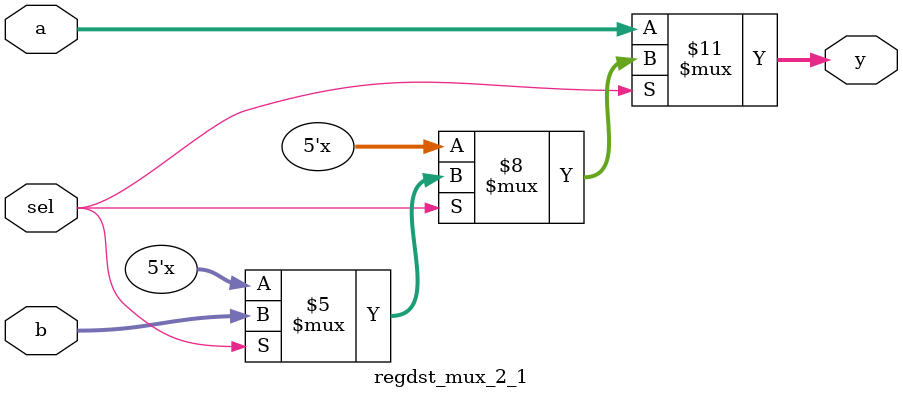
<source format=v>
module regdst_mux_2_1(a,b,sel,y);
input [4:0] a,b;
input sel;
output reg [4:0] y; 


always@(a,b,sel)
begin 

if (sel == 1'b0) 
    begin
        y=a;
    end
else if(sel == 1'b1)
    begin
        y=b;
    end
end


endmodule
</source>
